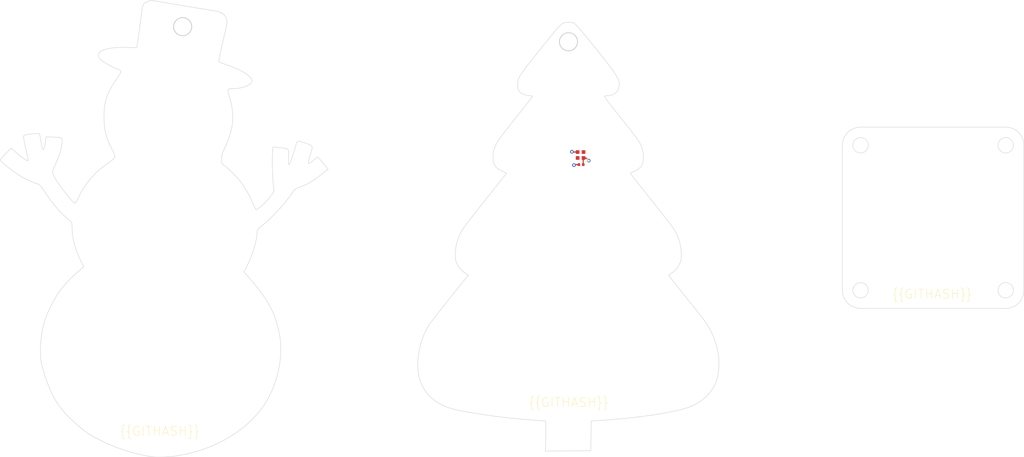
<source format=kicad_pcb>
(kicad_pcb (version 20221018) (generator pcbnew)
  (layers (0 "F.Cu" signal) (31 "B.Cu" signal) (34 "B.Paste" user) (35 "F.Paste" user) (36 "B.SilkS" user "B.Silkscreen") (37 "F.SilkS" user "F.Silkscreen") (38 "B.Mask" user) (39 "F.Mask" user) (44 "Edge.Cuts" user))
  (net 0 "")
  (net 1 "io")
  (net 2 "vcc")
  (net 3 "io-1")
  (net 4 "gnd")
  (footprint "lib:LED-SMD_4P-L2.0-W2.0-BR" (layer "F.Cu") (at 163.895 83.935)
    (fp_text reference "U1" hide)
    (fp_text value "")
    (fp_line (start 0.7 1.5) (end 1.5 1.5) (stroke (width 0.15)) (layer "F.SilkS"))
    (fp_line (start 1.5 1.5) (end 1.5 0.75) (stroke (width 0.15)) (layer "F.SilkS"))
    (pad "1" smd rect (at 0.65 0.65) (size 0.8 0.8) (layers "F.Cu" "F.Paste" "F.Mask") (net 2 "vcc"))
    (pad "2" smd rect (at 0.65 -0.65) (size 0.8 0.8) (layers "F.Cu" "F.Paste" "F.Mask") (net 1 "io"))
    (pad "3" smd rect (at -0.65 -0.65) (size 0.8 0.8) (layers "F.Cu" "F.Paste" "F.Mask") (net 4 "gnd"))
    (pad "4" smd rect (at -0.65 0.65) (size 0.8 0.8) (layers "F.Cu" "F.Paste" "F.Mask") (net 3 "io-1"))
  )
  (footprint "lib:C0402" (layer "F.Cu") (at 164.003037 86.061142 180)
    (fp_text reference "C1" hide)
    (fp_text value "Multilayer Ceramic Capacitors MLCC - SMD/SMT 100nF 10V 0402 RoHS")
    (fp_line (start -0.107836 -0.36) (end 0.107836 -0.36) (stroke (width 0.12)) (layer "F.SilkS"))
    (fp_line (start -0.107836 0.36) (end 0.107836 0.36) (stroke (width 0.12)) (layer "F.SilkS"))
    (pad "1" smd roundrect (at -0.48 0 180) (size 0.56 0.62) (layers "F.Cu" "F.Paste" "F.Mask") (net 2 "vcc"))
    (pad "2" smd roundrect (at 0.48 0 180) (size 0.56 0.62) (layers "F.Cu" "F.Paste" "F.Mask") (net 4 "gnd"))
  )
  (gr_circle (center 225.62 81.79) (end 227.32 81.79) (stroke (width 0.1)) (fill none) (layer "Edge.Cuts"))
  (gr_circle (center 257.62 113.79) (end 259.32 113.79) (stroke (width 0.1)) (fill none) (layer "Edge.Cuts"))
  (gr_circle (center 257.62 81.79) (end 259.32 81.79) (stroke (width 0.1)) (fill none) (layer "Edge.Cuts"))
  (gr_poly (pts (xy 75.142222 50.797022) (xy 79.756606 51.568267) (xy 82.366969 51.99203) (xy 83.019066 52.095762) (xy 83.303876 52.146979) (xy 83.563537 52.198618) (xy 83.799806 52.251323) (xy 84.01444 52.305736) (xy 84.209196 52.362498) (xy 84.385831 52.422252) (xy 84.546102 52.485641) (xy 84.691766 52.553306) (xy 84.824581 52.62589) (xy 84.946303 52.704035) (xy 85.05869 52.788383) (xy 85.163499 52.879577) (xy 85.262486 52.978258) (xy 85.357409 53.08507) (xy 85.479286 53.234958) (xy 85.586233 53.378736) (xy 85.634185 53.44915) (xy 85.678498 53.519015) (xy 85.719202 53.588656) (xy 85.75633 53.658402) (xy 85.789911 53.728576) (xy 85.819976 53.799506) (xy 85.846558 53.871517) (xy 85.869686 53.944936) (xy 85.889392 54.020089) (xy 85.905707 54.097301) (xy 85.918662 54.176899) (xy 85.928287 54.259209) (xy 85.934615 54.344557) (xy 85.937675 54.433269) (xy 85.937499 54.525672) (xy 85.934119 54.62209) (xy 85.927564 54.722851) (xy 85.917866 54.82828) (xy 85.889166 55.054449) (xy 85.848266 55.303204) (xy 85.795414 55.577155) (xy 85.730859 55.878909) (xy 85.654849 56.211077) (xy 84.878546 59.55341) (xy 84.657875 60.550977) (xy 84.450892 61.532488) (xy 84.331406 62.116419) (xy 84.229648 62.629765) (xy 84.15639 63.017063) (xy 84.122409 63.222849) (xy 84.123062 63.236814) (xy 84.127967 63.251873) (xy 84.137065 63.268001) (xy 84.150302 63.285171) (xy 84.167619 63.303357) (xy 84.188962 63.322534) (xy 84.214273 63.342674) (xy 84.243497 63.363751) (xy 84.313454 63.408613) (xy 84.398381 63.456909) (xy 84.497828 63.50843) (xy 84.611342 63.562966) (xy 84.738473 63.620306) (xy 84.878767 63.680241) (xy 85.031775 63.742561) (xy 85.197043 63.807056) (xy 85.374121 63.873515) (xy 85.562558 63.94173) (xy 85.7619 64.011489) (xy 85.971698 64.082583) (xy 86.585981 64.296029) (xy 87.172975 64.516947) (xy 87.730729 64.744054) (xy 88.257293 64.976069) (xy 88.75072 65.211708) (xy 89.209058 65.449689) (xy 89.63036 65.68873) (xy 90.012676 65.927548) (xy 90.354056 66.16486) (xy 90.652552 66.399385) (xy 90.906214 66.629839) (xy 91.113092 66.85494) (xy 91.271238 67.073405) (xy 91.378702 67.283953) (xy 91.412819 67.385857) (xy 91.433535 67.485301) (xy 91.440605 67.582123) (xy 91.433787 67.676165) (xy 91.41712 67.753004) (xy 91.390362 67.829368) (xy 91.35383 67.905131) (xy 91.307839 67.980165) (xy 91.252707 68.054343) (xy 91.188749 68.12754) (xy 91.116281 68.199626) (xy 91.03562 68.270477) (xy 90.947082 68.339964) (xy 90.850984 68.407961) (xy 90.747641 68.47434) (xy 90.637371 68.538975) (xy 90.520488 68.601739) (xy 90.39731 68.662505) (xy 90.268153 68.721145) (xy 90.133332 68.777534) (xy 89.993165 68.831543) (xy 89.847967 68.883047) (xy 89.543745 68.978027) (xy 89.223197 69.06146) (xy 88.888852 69.132329) (xy 88.54324 69.189618) (xy 88.188892 69.232313) (xy 88.009232 69.24787) (xy 87.828337 69.259397) (xy 87.646523 69.266767) (xy 87.464106 69.269854) (xy 87.202959 69.272042) (xy 86.97453 69.277492) (xy 86.777472 69.288473) (xy 86.690288 69.296746) (xy 86.610443 69.307253) (xy 86.537768 69.320276) (xy 86.472096 69.3361) (xy 86.413258 69.355009) (xy 86.361087 69.377285) (xy 86.315414 69.403211) (xy 86.276071 69.433073) (xy 86.24289 69.467154) (xy 86.215703 69.505736) (xy 86.194342 69.549103) (xy 86.178638 69.59754) (xy 86.168424 69.65133) (xy 86.163532 69.710755) (xy 86.163793 69.776101) (xy 86.169039 69.847649) (xy 86.179102 69.925685) (xy 86.193814 70.010491) (xy 86.236514 70.20155) (xy 86.295792 70.423093) (xy 86.370304 70.677389) (xy 86.458705 70.966708) (xy 86.582128 71.384478) (xy 86.694998 71.803093) (xy 86.797211 72.221567) (xy 86.888665 72.638919) (xy 86.969257 73.054166) (xy 87.038885 73.466323) (xy 87.097447 73.874409) (xy 87.144838 74.277439) (xy 87.180958 74.674432) (xy 87.205702 75.064404) (xy 87.21897 75.446371) (xy 87.220657 75.819352) (xy 87.210662 76.182361) (xy 87.188881 76.534418) (xy 87.155212 76.874538) (xy 87.109553 77.201739) (xy 86.986123 77.871628) (xy 86.830027 78.558912) (xy 86.643845 79.255662) (xy 86.430157 79.953949) (xy 86.19154 80.645848) (xy 85.930575 81.323429) (xy 85.649841 81.978766) (xy 85.351916 82.60393) (xy 85.189192 82.938586) (xy 85.118752 83.093315) (xy 85.055229 83.240939) (xy 84.998352 83.382431) (xy 84.947849 83.518761) (xy 84.903447 83.650903) (xy 84.864875 83.779828) (xy 84.831859 83.906506) (xy 84.804129 84.031911) (xy 84.781412 84.157013) (xy 84.763435 84.282785) (xy 84.749927 84.410197) (xy 84.740615 84.540223) (xy 84.735228 84.673833) (xy 84.733493 84.811999) (xy 84.736223 85.129082) (xy 84.741369 85.261496) (xy 84.750575 85.379459) (xy 84.764997 85.485194) (xy 84.774524 85.534172) (xy 84.785789 85.580928) (xy 84.798934 85.625739) (xy 84.814106 85.668884) (xy 84.831447 85.710641) (xy 84.851104 85.751288) (xy 84.873219 85.791103) (xy 84.897937 85.830364) (xy 84.925403 85.869349) (xy 84.955761 85.908337) (xy 84.989155 85.947605) (xy 85.02573 85.987432) (xy 85.109 86.069873) (xy 85.206725 86.157886) (xy 85.320061 86.253696) (xy 85.598185 86.477602) (xy 86.096863 86.886277) (xy 86.577755 87.306529) (xy 87.04138 87.739064) (xy 87.488258 88.184586) (xy 87.918909 88.6438) (xy 88.333852 89.117412) (xy 88.733607 89.606125) (xy 89.118694 90.110646) (xy 89.489632 90.631678) (xy 89.846941 91.169927) (xy 90.19114 91.726098) (xy 90.52275 92.300895) (xy 90.84229 92.895024) (xy 91.150279 93.509189) (xy 91.447237 94.144095) (xy 91.733683 94.800448) (xy 91.84059 95.047283) (xy 91.945802 95.277558) (xy 92.046625 95.486234) (xy 92.140364 95.668271) (xy 92.224324 95.818627) (xy 92.295813 95.932265) (xy 92.326039 95.973739) (xy 92.352136 96.004143) (xy 92.373767 96.022848) (xy 92.382804 96.027616) (xy 92.390597 96.029223) (xy 92.399173 96.028006) (xy 92.410522 96.024397) (xy 92.441219 96.010237) (xy 92.482045 95.987221) (xy 92.53236 95.955824) (xy 92.591521 95.916524) (xy 92.658887 95.869798) (xy 92.815666 95.755976) (xy 92.997564 95.618173) (xy 93.199447 95.460204) (xy 93.416182 95.285885) (xy 93.642634 95.099032) (xy 93.891007 94.882848) (xy 94.141366 94.648628) (xy 94.390948 94.400061) (xy 94.636991 94.140836) (xy 94.87673 93.874641) (xy 95.107403 93.605164) (xy 95.326247 93.336095) (xy 95.530498 93.071122) (xy 95.717394 92.813933) (xy 95.884171 92.568218) (xy 96.028066 92.337665) (xy 96.146316 92.125962) (xy 96.236159 91.936798) (xy 96.294829 91.773863) (xy 96.311612 91.703383) (xy 96.319566 91.640844) (xy 96.318345 91.586706) (xy 96.307605 91.54143) (xy 96.264441 91.378418) (xy 96.221593 91.121805) (xy 96.138989 90.373142) (xy 96.064068 89.386161) (xy 96.001109 88.251583) (xy 95.954389 87.060129) (xy 95.928186 85.902519) (xy 95.926777 84.869474) (xy 95.95444 84.051714) (xy 96.07471 82.177477) (xy 97.36716 82.304781) (xy 98.13507 82.379263) (xy 98.441266 82.413109) (xy 98.700599 82.449744) (xy 98.916803 82.492956) (xy 99.009898 82.518212) (xy 99.09361 82.546534) (xy 99.168406 82.578395) (xy 99.234753 82.614268) (xy 99.293117 82.654627) (xy 99.343964 82.699946) (xy 99.387763 82.750698) (xy 99.424978 82.807357) (xy 99.456076 82.870396) (xy 99.481525 82.94029) (xy 99.501791 83.017511) (xy 99.51734 83.102533) (xy 99.536155 83.297877) (xy 99.541702 83.530109) (xy 99.537716 83.803018) (xy 99.51607 84.486025) (xy 99.501811 85.019341) (xy 99.495778 85.429631) (xy 99.49953 85.727933) (xy 99.505563 85.838537) (xy 99.514626 85.925284) (xy 99.526915 85.989553) (xy 99.542625 86.032723) (xy 99.551823 86.046828) (xy 99.56195 86.056175) (xy 99.573029 86.060938) (xy 99.585085 86.061289) (xy 99.612224 86.049443) (xy 99.643564 86.022019) (xy 99.679299 85.980395) (xy 99.719623 85.925951) (xy 99.770963 85.835961) (xy 99.83738 85.6921) (xy 100.00736 85.267042) (xy 100.213404 84.699332) (xy 100.439353 84.037526) (xy 100.669049 83.330178) (xy 100.886332 82.625845) (xy 101.075044 81.973082) (xy 101.219027 81.420443) (xy 101.232451 81.367288) (xy 101.246658 81.317349) (xy 101.261814 81.270604) (xy 101.278084 81.227032) (xy 101.295634 81.186611) (xy 101.314631 81.149321) (xy 101.33524 81.115138) (xy 101.357628 81.084043) (xy 101.381959 81.056013) (xy 101.4084 81.031027) (xy 101.437117 81.009064) (xy 101.468275 80.990102) (xy 101.502041 80.974119) (xy 101.538581 80.961095) (xy 101.578059 80.951007) (xy 101.620643 80.943835) (xy 101.666497 80.939556) (xy 101.715788 80.938149) (xy 101.768682 80.939594) (xy 101.825345 80.943867) (xy 101.885942 80.950949) (xy 101.950639 80.960817) (xy 102.019603 80.97345) (xy 102.092998 80.988826) (xy 102.170992 81.006924) (xy 102.253749 81.027723) (xy 102.434219 81.077337) (xy 102.635734 81.137495) (xy 102.859622 81.208025) (xy 103.581471 81.438726) (xy 103.868146 81.535185) (xy 104.108644 81.625316) (xy 104.212356 81.669476) (xy 104.305459 81.713816) (xy 104.388264 81.758923) (xy 104.461082 81.805384) (xy 104.524226 81.853787) (xy 104.578006 81.904719) (xy 104.622735 81.958768) (xy 104.658725 82.01652) (xy 104.686285 82.078563) (xy 104.705729 82.145484) (xy 104.717368 82.217871) (xy 104.721513 82.296311) (xy 104.718476 82.381392) (xy 104.708568 82.4737) (xy 104.692102 82.573823) (xy 104.669388 82.682348) (xy 104.606464 82.926954) (xy 104.522289 83.212218) (xy 104.300158 83.92351) (xy 104.076968 84.658354) (xy 103.993442 84.95378) (xy 103.929762 85.203046) (xy 103.886777 85.407528) (xy 103.865337 85.568604) (xy 103.862962 85.633296) (xy 103.866292 85.687652) (xy 103.875434 85.731846) (xy 103.890492 85.766049) (xy 103.911574 85.790433) (xy 103.938786 85.805172) (xy 103.972234 85.810436) (xy 104.012025 85.806398) (xy 104.058263 85.79323) (xy 104.111056 85.771105) (xy 104.236732 85.700671) (xy 104.3899 85.596472) (xy 104.571411 85.459887) (xy 105.02286 85.095065) (xy 105.918216 84.355181) (xy 106.388476 84.86751) (xy 106.496975 84.987739) (xy 106.625318 85.133369) (xy 106.92254 85.478508) (xy 107.242155 85.858286) (xy 107.546176 86.22806) (xy 108.2336 87.076296) (xy 106.72333 88.254687) (xy 106.031007 88.783192) (xy 105.392025 89.245391) (xy 105.089314 89.453516) (xy 104.796071 89.647331) (xy 104.511007 89.827593) (xy 104.232833 89.995056) (xy 103.960259 90.150478) (xy 103.691998 90.294613) (xy 103.426759 90.428217) (xy 103.163254 90.552046) (xy 102.900193 90.666855) (xy 102.636288 90.773401) (xy 102.370249 90.872439) (xy 102.100787 90.964724) (xy 101.955978 91.013649) (xy 101.818902 91.062832) (xy 101.689432 91.112348) (xy 101.567439 91.162273) (xy 101.452795 91.212683) (xy 101.345371 91.263651) (xy 101.245039 91.315254) (xy 101.151671 91.367567) (xy 101.065138 91.420665) (xy 100.985313 91.474624) (xy 100.912065 91.529517) (xy 100.845269 91.585421) (xy 100.784794 91.642412) (xy 100.730512 91.700563) (xy 100.682296 91.759951) (xy 100.640017 91.82065) (xy 100.313962 92.312951) (xy 99.958065 92.82026) (xy 99.575318 93.339289) (xy 99.168711 93.866747) (xy 98.741234 94.399346) (xy 98.295878 94.933795) (xy 97.835635 95.466804) (xy 97.363494 95.995083) (xy 96.882446 96.515343) (xy 96.395482 97.024295) (xy 95.905593 97.518647) (xy 95.415769 97.995111) (xy 94.929002 98.450396) (xy 94.44828 98.881213) (xy 93.976596 99.284272) (xy 93.51694 99.656283) (xy 93.364132 99.777198) (xy 93.228349 99.887118) (xy 93.108601 99.987555) (xy 93.003899 100.080022) (xy 92.913256 100.166032) (xy 92.835682 100.247098) (xy 92.770188 100.324733) (xy 92.741662 100.362737) (xy 92.715786 100.40045) (xy 92.692435 100.438062) (xy 92.671487 100.475762) (xy 92.652817 100.513738) (xy 92.636302 100.552181) (xy 92.621819 100.591279) (xy 92.609244 100.631221) (xy 92.589322 100.714395) (xy 92.575548 100.803215) (xy 92.566934 100.899195) (xy 92.56249 101.003847) (xy 92.561229 101.118685) (xy 92.548214 101.459191) (xy 92.510172 101.840399) (xy 92.448603 102.257479) (xy 92.365007 102.705605) (xy 92.260885 103.179948) (xy 92.137739 103.675679) (xy 91.997068 104.187971) (xy 91.840373 104.711996) (xy 91.669155 105.242926) (xy 91.484915 105.775933) (xy 91.289154 106.306188) (xy 91.083372 106.828864) (xy 90.86907 107.339132) (xy 90.647749 107.832164) (xy 90.420909 108.303133) (xy 90.190051 108.74721) (xy 89.658061 109.729433) (xy 90.799319 111.025652) (xy 91.552256 111.894452) (xy 92.247519 112.726345) (xy 92.887901 113.52649) (xy 93.476195 114.300047) (xy 94.015193 115.052178) (xy 94.507688 115.788042) (xy 94.956473 116.5128) (xy 95.364341 117.231612) (xy 95.734083 117.949638) (xy 96.068493 118.672038) (xy 96.370364 119.403974) (xy 96.642488 120.150605) (xy 96.887657 120.917091) (xy 97.108665 121.708593) (xy 97.308304 122.530271) (xy 97.489367 123.387286) (xy 97.659586 124.435519) (xy 97.764545 125.512723) (xy 97.805707 126.613102) (xy 97.784533 127.73086) (xy 97.702485 128.860202) (xy 97.561026 129.995332) (xy 97.361618 131.130454) (xy 97.105722 132.259774) (xy 96.794801 133.377494) (xy 96.430316 134.47782) (xy 96.01373 135.554956) (xy 95.546505 136.603107) (xy 95.030102 137.616476) (xy 94.465984 138.589268) (xy 93.855613 139.515689) (xy 93.20045 140.389941) (xy 92.386005 141.350273) (xy 91.510226 142.273552) (xy 90.576227 143.158109) (xy 89.587122 144.002278) (xy 88.546024 144.80439) (xy 87.456048 145.562779) (xy 86.320308 146.275777) (xy 85.141916 146.941716) (xy 83.923988 147.558929) (xy 82.669636 148.125749) (xy 81.381976 148.640508) (xy 80.06412 149.101539) (xy 78.719182 149.507174) (xy 77.350277 149.855747) (xy 75.960518 150.145589) (xy 74.553019 150.375033) (xy 73.862872 150.459306) (xy 73.131633 150.525975) (xy 72.383923 150.574372) (xy 71.644361 150.603827) (xy 70.93757 150.613671) (xy 70.288169 150.603235) (xy 69.720779 150.57185) (xy 69.475532 150.548093) (xy 69.26002 150.518847) (xy 69.260051 150.518832) (xy 67.831835 150.262486) (xy 66.416949 149.953785) (xy 65.016193 149.592984) (xy 63.630368 149.180338) (xy 62.260274 148.716103) (xy 60.90671 148.200532) (xy 59.570477 147.633881) (xy 58.252375 147.016405) (xy 57.283074 146.528505) (xy 56.847829 146.298277) (xy 56.438641 146.072324) (xy 56.050351 145.846994) (xy 55.6778 145.618633) (xy 55.315827 145.383588) (xy 54.959273 145.138205) (xy 54.602979 144.87883) (xy 54.241783 144.601811) (xy 53.870528 144.303492) (xy 53.484054 143.980222) (xy 52.644807 143.244211) (xy 51.682765 142.36455) (xy 51.097036 141.804159) (xy 50.54538 141.238954) (xy 50.025658 140.665073) (xy 49.535731 140.078649) (xy 49.07346 139.475819) (xy 48.636705 138.852719) (xy 48.223328 138.205483) (xy 47.831189 137.530249) (xy 47.458149 136.823151) (xy 47.10207 136.080325) (xy 46.760812 135.297907) (xy 46.432236 134.472032) (xy 46.114202 133.598836) (xy 45.804573 132.674455) (xy 45.501208 131.695024) (xy 45.201968 130.656679) (xy 45.078569 130.147371) (xy 44.978794 129.594224) (xy 44.90231 129.00242) (xy 44.848785 128.377144) (xy 44.817886 127.723579) (xy 44.809281 127.046907) (xy 44.822637 126.352311) (xy 44.857621 125.644974) (xy 44.913901 124.93008) (xy 44.991145 124.212811) (xy 45.089019 123.498351) (xy 45.207191 122.791883) (xy 45.345328 122.098589) (xy 45.503099 121.423652) (xy 45.68017 120.772256) (xy 45.876208 120.149584) (xy 46.005143 119.787909) (xy 46.154924 119.401263) (xy 46.508073 118.570286) (xy 46.917749 117.69111) (xy 47.366047 116.79819) (xy 47.83506 115.92598) (xy 48.306883 115.108937) (xy 48.76361 114.381515) (xy 48.980717 114.062179) (xy 49.187335 113.77817) (xy 49.387433 113.519297) (xy 49.599256 113.255538) (xy 50.056372 112.715109) (xy 50.555279 112.160374) (xy 51.092575 111.594824) (xy 51.664855 111.021952) (xy 52.268718 110.445248) (xy 52.900758 109.868205) (xy 53.557574 109.294314) (xy 54.329783 108.634142) (xy 53.616031 107.110232) (xy 53.390001 106.6154) (xy 53.179365 106.128819) (xy 52.984012 105.650049) (xy 52.803829 105.178652) (xy 52.638704 104.71419) (xy 52.488525 104.256224) (xy 52.353181 103.804315) (xy 52.232559 103.358025) (xy 52.126547 102.916915) (xy 52.035034 102.480548) (xy 51.957906 102.048484) (xy 51.895053 101.620284) (xy 51.846363 101.195511) (xy 51.811722 100.773726) (xy 51.79102 100.35449) (xy 51.784144 99.937365) (xy 51.780657 99.620612) (xy 51.776007 99.482669) (xy 51.769161 99.357285) (xy 51.759927 99.243666) (xy 51.748111 99.141014) (xy 51.733519 99.048534) (xy 51.715958 98.96543) (xy 51.695233 98.890904) (xy 51.671153 98.824161) (xy 51.643523 98.764406) (xy 51.612149 98.71084) (xy 51.576839 98.662669) (xy 51.537399 98.619096) (xy 51.493635 98.579325) (xy 51.445353 98.542559) (xy 51.149902 98.324092) (xy 50.839064 98.073347) (xy 50.514896 97.792628) (xy 50.179453 97.484238) (xy 49.834791 97.150482) (xy 49.482966 96.793665) (xy 49.126033 96.41609) (xy 48.766047 96.020062) (xy 48.405065 95.607885) (xy 48.045142 95.181864) (xy 47.688333 94.744302) (xy 47.336694 94.297504) (xy 46.992281 93.843774) (xy 46.657149 93.385417) (xy 46.333354 92.924737) (xy 46.022952 92.464037) (xy 45.611719 91.844971) (xy 45.279782 91.362091) (xy 45.137757 91.165551) (xy 45.008606 90.995655) (xy 44.89001 90.849933) (xy 44.779654 90.725918) (xy 44.675221 90.621143) (xy 44.574392 90.533138) (xy 44.474852 90.459437) (xy 44.374284 90.397571) (xy 44.27037 90.345073) (xy 44.160793 90.299474) (xy 44.043237 90.258307) (xy 43.915385 90.219103) (xy 43.593888 90.117525) (xy 43.255864 89.996009) (xy 42.903268 89.855657) (xy 42.538058 89.697573) (xy 42.162189 89.522858) (xy 41.777618 89.332616) (xy 41.386301 89.127951) (xy 40.990194 88.909964) (xy 40.591254 88.679759) (xy 40.191438 88.438438) (xy 39.792701 88.187105) (xy 39.396999 87.926862) (xy 39.00629 87.658812) (xy 38.622529 87.384058) (xy 38.247673 87.103703) (xy 37.883677 86.81885) (xy 37.49456 86.502783) (xy 37.131548 86.199554) (xy 36.802586 85.916398) (xy 36.515619 85.660548) (xy 36.278593 85.439239) (xy 36.099452 85.259705) (xy 36.034071 85.187865) (xy 35.986141 85.129182) (xy 35.956654 85.08456) (xy 35.946605 85.054903) (xy 35.948192 85.042433) (xy 35.952903 85.026953) (xy 35.971384 84.987332) (xy 36.001425 84.936776) (xy 36.042403 84.876021) (xy 36.093695 84.805804) (xy 36.154681 84.726859) (xy 36.224736 84.639924) (xy 36.303239 84.545735) (xy 36.389567 84.445026) (xy 36.483097 84.338536) (xy 36.689276 84.11115) (xy 36.916796 83.869466) (xy 37.037003 83.745102) (xy 37.160678 83.619372) (xy 38.374759 82.395922) (xy 39.365809 83.301684) (xy 39.814301 83.698656) (xy 40.266196 84.075272) (xy 40.704205 84.419302) (xy 41.111041 84.718514) (xy 41.469414 84.960676) (xy 41.625024 85.056541) (xy 41.762035 85.133557) (xy 41.878286 85.190195) (xy 41.971615 85.224926) (xy 42.039863 85.236222) (xy 42.063905 85.232603) (xy 42.080867 85.222552) (xy 42.085566 85.215268) (xy 42.089233 85.203934) (xy 42.093537 85.169549) (xy 42.093921 85.120268) (xy 42.090523 85.056964) (xy 42.083485 84.98051) (xy 42.072948 84.891778) (xy 42.059051 84.79164) (xy 42.041937 84.68097) (xy 41.998614 84.43152) (xy 41.944105 84.150408) (xy 41.879534 83.844615) (xy 41.806025 83.52112) (xy 41.578977 82.541169) (xy 41.399614 81.732306) (xy 41.265507 81.079136) (xy 41.174225 80.56626) (xy 41.123338 80.17828) (xy 41.112283 80.026315) (xy 41.110416 79.899799) (xy 41.117432 79.796809) (xy 41.133029 79.71542) (xy 41.156901 79.653706) (xy 41.188746 79.609743) (xy 41.213078 79.592846) (xy 41.252556 79.575085) (xy 41.372962 79.537437) (xy 41.541984 79.497733) (xy 41.751641 79.456905) (xy 42.26094 79.37561) (xy 42.837013 79.301016) (xy 43.416018 79.240586) (xy 43.934111 79.201782) (xy 44.150364 79.192822) (xy 44.327447 79.192067) (xy 44.45738 79.20045) (xy 44.532183 79.218905) (xy 44.538527 79.223215) (xy 44.545097 79.229471) (xy 44.551878 79.23762) (xy 44.558855 79.247608) (xy 44.573336 79.272888) (xy 44.588416 79.304879) (xy 44.603974 79.343154) (xy 44.619887 79.387282) (xy 44.636031 79.436835) (xy 44.652284 79.491383) (xy 44.668525 79.550496) (xy 44.684629 79.613746) (xy 44.700475 79.680703) (xy 44.715939 79.750937) (xy 44.7309 79.82402) (xy 44.745234 79.899521) (xy 44.75882 79.977012) (xy 44.771533 80.056063) (xy 44.946351 81.130774) (xy 45.025944 81.564983) (xy 45.101061 81.931234) (xy 45.172253 82.230134) (xy 45.24007 82.462288) (xy 45.305063 82.628302) (xy 45.336673 82.686696) (xy 45.367783 82.728781) (xy 45.398463 82.754634) (xy 45.428781 82.764331) (xy 45.458807 82.757947) (xy 45.488608 82.735557) (xy 45.518254 82.697238) (xy 45.547814 82.643066) (xy 45.606951 82.487462) (xy 45.666568 82.269351) (xy 45.727218 81.98934) (xy 45.78945 81.648032) (xy 45.853816 81.246035) (xy 46.055377 79.918581) (xy 47.417926 79.96628) (xy 48.109143 79.993687) (xy 48.392021 80.009194) (xy 48.636741 80.027435) (xy 48.846051 80.049559) (xy 49.022696 80.076715) (xy 49.169424 80.110051) (xy 49.288982 80.150717) (xy 49.339431 80.174158) (xy 49.384117 80.199861) (xy 49.423385 80.227972) (xy 49.457577 80.258632) (xy 49.487036 80.291987) (xy 49.512107 80.32818) (xy 49.533132 80.367353) (xy 49.550455 80.409652) (xy 49.575367 80.504197) (xy 49.589592 80.612965) (xy 49.595876 80.737105) (xy 49.596965 80.877764) (xy 49.590289 81.099803) (xy 49.571905 81.336737) (xy 49.542029 81.587807) (xy 49.500879 81.852253) (xy 49.448672 82.129318) (xy 49.385623 82.418243) (xy 49.311951 82.718269) (xy 49.227873 83.028637) (xy 49.133604 83.34859) (xy 49.029362 83.677367) (xy 48.915364 84.014212) (xy 48.791827 84.358364) (xy 48.658967 84.709065) (xy 48.517002 85.065558) (xy 48.366148 85.427082) (xy 48.206622 85.792879) (xy 47.949769 86.374791) (xy 47.755997 86.832451) (xy 47.68104 87.021721) (xy 47.619784 87.188367) (xy 47.571537 87.335205) (xy 47.535609 87.465048) (xy 47.511311 87.580709) (xy 47.497952 87.685002) (xy 47.494842 87.78074) (xy 47.501291 87.870737) (xy 47.516609 87.957807) (xy 47.540106 88.044763) (xy 47.571091 88.134418) (xy 47.608874 88.229586) (xy 47.761079 88.551834) (xy 47.975096 88.939463) (xy 48.241913 89.380584) (xy 48.55252 89.863307) (xy 49.269066 90.905997) (xy 50.052651 91.972411) (xy 50.831193 92.967426) (xy 51.196047 93.408433) (xy 51.532609 93.795921) (xy 51.831869 94.117998) (xy 52.084818 94.362774) (xy 52.282443 94.518359) (xy 52.357694 94.558989) (xy 52.415736 94.572863) (xy 52.426811 94.571375) (xy 52.439084 94.56696) (xy 52.452509 94.559691) (xy 52.467041 94.549641) (xy 52.482633 94.536883) (xy 52.499239 94.521489) (xy 52.516813 94.503532) (xy 52.535309 94.483086) (xy 52.574881 94.435018) (xy 52.617586 94.377866) (xy 52.663055 94.312214) (xy 52.710918 94.238646) (xy 52.760808 94.157745) (xy 52.812354 94.070093) (xy 52.865187 93.976276) (xy 52.918939 93.876875) (xy 52.97324 93.772474) (xy 53.02772 93.663657) (xy 53.082012 93.551007) (xy 53.135745 93.435107) (xy 53.405424 92.869327) (xy 53.69623 92.311615) (xy 54.007442 91.76282) (xy 54.338342 91.223792) (xy 54.688208 90.695381) (xy 55.05632 90.178436) (xy 55.441958 89.673808) (xy 55.844402 89.182347) (xy 56.262932 88.704901) (xy 56.696828 88.242322) (xy 57.145369 87.795459) (xy 57.607836 87.365163) (xy 58.083508 86.952281) (xy 58.571665 86.557666) (xy 59.071586 86.182166) (xy 59.582553 85.826632) (xy 59.914962 85.598282) (xy 60.214172 85.3804) (xy 60.477869 85.17504) (xy 60.595674 85.077698) (xy 60.703732 84.984257) (xy 60.801753 84.894974) (xy 60.889447 84.810106) (xy 60.966524 84.72991) (xy 61.032694 84.654642) (xy 61.087669 84.584559) (xy 61.131158 84.519919) (xy 61.162872 84.460977) (xy 61.182521 84.407992) (xy 61.189444 84.378526) (xy 61.194656 84.347449) (xy 61.198136 84.314702) (xy 61.199864 84.280227) (xy 61.197977 84.205863) (xy 61.188829 84.123892) (xy 61.172254 84.033852) (xy 61.148084 83.935279) (xy 61.116154 83.82771) (xy 61.076297 83.71068) (xy 61.028345 83.583727) (xy 60.972134 83.446388) (xy 60.907495 83.298197) (xy 60.834263 83.138693) (xy 60.75227 82.967412) (xy 60.661351 82.783889) (xy 60.561339 82.587662) (xy 60.452067 82.378268) (xy 60.237971 81.961359) (xy 60.041673 81.555601) (xy 59.862568 81.158484) (xy 59.700049 80.767498) (xy 59.553508 80.380135) (xy 59.422339 79.993885) (xy 59.305935 79.60624) (xy 59.203689 79.21469) (xy 59.114995 78.816725) (xy 59.039245 78.409838) (xy 58.975833 77.991518) (xy 58.924151 77.559256) (xy 58.883594 77.110544) (xy 58.853553 76.642872) (xy 58.833423 76.153731) (xy 58.822596 75.640612) (xy 58.82378 75.019765) (xy 58.843433 74.425285) (xy 58.882591 73.854032) (xy 58.942291 73.302869) (xy 59.023569 72.768658) (xy 59.127459 72.248262) (xy 59.255 71.738542) (xy 59.407225 71.236361) (xy 59.585172 70.73858) (xy 59.789877 70.242062) (xy 60.022374 69.743669) (xy 60.283701 69.240263) (xy 60.574893 68.728705) (xy 60.896986 68.205859) (xy 61.251015 67.668586) (xy 61.638018 67.113749) (xy 61.84244 66.825076) (xy 62.020375 66.566593) (xy 62.17201 66.336298) (xy 62.29753 66.132187) (xy 62.397121 65.95226) (xy 62.470968 65.794512) (xy 62.498296 65.72333) (xy 62.519258 65.656942) (xy 62.533877 65.595098) (xy 62.542176 65.537547) (xy 62.544179 65.484039) (xy 62.539908 65.434323) (xy 62.529387 65.388151) (xy 62.512639 65.34527) (xy 62.489688 65.305431) (xy 62.460556 65.268384) (xy 62.425267 65.233878) (xy 62.383844 65.201662) (xy 62.33631 65.171487) (xy 62.282689 65.143103) (xy 62.157276 65.090703) (xy 62.007792 65.042459) (xy 61.834422 64.996371) (xy 61.657986 64.943069) (xy 61.445562 64.862593) (xy 61.203024 64.758325) (xy 60.93625 64.633653) (xy 60.353499 64.336631) (xy 59.744319 63.998608) (xy 59.155721 63.646664) (xy 58.634716 63.307879) (xy 58.414252 63.151884) (xy 58.228316 63.009334) (xy 58.082783 62.883614) (xy 57.983531 62.778109) (xy 57.869943 62.622242) (xy 57.777351 62.470362) (xy 57.705558 62.322559) (xy 57.654369 62.178917) (xy 57.623588 62.039526) (xy 57.613018 61.904471) (xy 57.622463 61.773839) (xy 57.651728 61.647718) (xy 57.700616 61.526195) (xy 57.768931 61.409356) (xy 57.856477 61.297289) (xy 57.963058 61.190081) (xy 58.088479 61.087819) (xy 58.232542 60.99059) (xy 58.395052 60.89848) (xy 58.575812 60.811578) (xy 58.774627 60.72997) (xy 58.991301 60.653743) (xy 59.225638 60.582984) (xy 59.477441 60.51778) (xy 59.746514 60.458218) (xy 60.032661 60.404385) (xy 60.335687 60.356369) (xy 60.655395 60.314256) (xy 60.991589 60.278134) (xy 61.344073 60.248089) (xy 61.712651 60.224208) (xy 62.097127 60.20658) (xy 62.497305 60.195289) (xy 62.912988 60.190424) (xy 63.343981 60.192072) (xy 63.790088 60.20032) (xy 66.056857 60.258219) (xy 66.273486 58.80189) (xy 66.542465 56.891029) (xy 66.884944 54.341891) (xy 67.190183 52.053843) (xy 67.248082 51.679802) (xy 67.303557 51.37005) (xy 67.359078 51.117137) (xy 67.417116 50.913616) (xy 67.48014 50.752035) (xy 67.55062 50.624945) (xy 67.631027 50.524898) (xy 67.72383 50.444442) (xy 67.831501 50.37613) (xy 67.956508 50.312512) (xy 68.268412 50.169558) (xy 69.100734 49.778315)) (stroke (width 0.1)) (fill none) (layer "Edge.Cuts"))
  (gr_arc (start 261.62 113.79) (mid 260.448427 116.618427) (end 257.62 117.79) (stroke (width 0.1)) (layer "Edge.Cuts"))
  (gr_arc (start 225.62 117.79) (mid 222.791573 116.618427) (end 221.62 113.79) (stroke (width 0.1)) (layer "Edge.Cuts"))
  (gr_line (start 261.62 113.79) (end 261.62 81.79) (stroke (width 0.1)) (layer "Edge.Cuts"))
  (gr_circle (center 161.229974 58.946031) (end 163.229974 58.946031) (stroke (width 0.2)) (fill none) (layer "Edge.Cuts"))
  (gr_line (start 221.62 81.79) (end 221.62 113.79) (stroke (width 0.1)) (layer "Edge.Cuts"))
  (gr_arc (start 257.62 77.79) (mid 260.448427 78.961573) (end 261.62 81.79) (stroke (width 0.1)) (layer "Edge.Cuts"))
  (gr_poly (pts (xy 161.429183 54.643361) (xy 161.588699 54.648976) (xy 161.743405 54.660128) (xy 161.8913 54.67685) (xy 162.030385 54.699174) (xy 162.158659 54.727132) (xy 162.274122 54.760758) (xy 162.374774 54.800082) (xy 162.418214 54.822065) (xy 162.465501 54.850416) (xy 162.517128 54.885713) (xy 162.573587 54.928531) (xy 162.702967 55.039035) (xy 162.857578 55.186538) (xy 163.041357 55.37565) (xy 163.258241 55.610981) (xy 163.512165 55.897139) (xy 163.807067 56.238735) (xy 164.146884 56.640378) (xy 164.53555 57.106678) (xy 164.977005 57.642244) (xy 165.475183 58.251687) (xy 166.657456 59.710639) (xy 168.113864 61.520411) (xy 169.490282 63.25197) (xy 170.562092 64.650979) (xy 170.993296 65.243203) (xy 171.359779 65.7732) (xy 171.665351 66.247941) (xy 171.913823 66.674396) (xy 172.109006 67.059535) (xy 172.254708 67.41033) (xy 172.354741 67.733749) (xy 172.412915 68.036764) (xy 172.433041 68.326344) (xy 172.418927 68.609461) (xy 172.374385 68.893084) (xy 172.303226 69.184183) (xy 172.274597 69.278158) (xy 172.242 69.369887) (xy 172.205507 69.459324) (xy 172.165188 69.546423) (xy 172.121114 69.631137) (xy 172.073357 69.713419) (xy 172.021987 69.793223) (xy 171.967076 69.870502) (xy 171.908694 69.945208) (xy 171.846914 70.017296) (xy 171.781806 70.08672) (xy 171.71344 70.153431) (xy 171.641889 70.217383) (xy 171.567223 70.278531) (xy 171.489513 70.336826) (xy 171.408831 70.392223) (xy 171.325247 70.444674) (xy 171.238833 70.494134) (xy 171.14966 70.540554) (xy 171.057799 70.58389) (xy 170.96332 70.624093) (xy 170.866295 70.661118) (xy 170.766796 70.694917) (xy 170.664893 70.725444) (xy 170.560657 70.752652) (xy 170.45416 70.776495) (xy 170.345472 70.796926) (xy 170.234664 70.813898) (xy 170.121809 70.827364) (xy 170.006976 70.837278) (xy 169.890237 70.843593) (xy 169.771663 70.846262) (xy 169.726607 70.847177) (xy 169.681188 70.849133) (xy 169.590479 70.855957) (xy 169.501974 70.8663) (xy 169.418107 70.879728) (xy 169.378675 70.887463) (xy 169.341315 70.895806) (xy 169.306334 70.904703) (xy 169.274034 70.9141) (xy 169.244721 70.923942) (xy 169.218699 70.934176) (xy 169.196272 70.944746) (xy 169.177745 70.955599) (xy 169.171643 70.965792) (xy 169.172154 70.983757) (xy 169.17922 71.009417) (xy 169.192785 71.042693) (xy 169.239181 71.131786) (xy 169.310885 71.250417) (xy 169.407439 71.397965) (xy 169.528385 71.573811) (xy 169.673265 71.777334) (xy 169.841623 72.007915) (xy 170.246938 72.547768) (xy 170.740668 73.18841) (xy 171.319154 73.924882) (xy 171.978732 74.752222) (xy 174.641332 78.093405) (xy 175.537111 79.246786) (xy 176.200008 80.134787) (xy 176.673118 80.816979) (xy 176.99954 81.352933) (xy 177.222371 81.802218) (xy 177.384708 82.224406) (xy 177.462833 82.472098) (xy 177.531331 82.72855) (xy 177.59016 82.991701) (xy 177.639284 83.259489) (xy 177.678662 83.529854) (xy 177.708257 83.800735) (xy 177.728028 84.070071) (xy 177.737937 84.335802) (xy 177.737946 84.595867) (xy 177.728014 84.848205) (xy 177.708104 85.090755) (xy 177.678176 85.321456) (xy 177.638191 85.538248) (xy 177.588111 85.739069) (xy 177.527896 85.92186) (xy 177.457507 86.084559) (xy 177.391656 86.207668) (xy 177.318059 86.327563) (xy 177.236853 86.444134) (xy 177.148173 86.557272) (xy 177.052156 86.666869) (xy 176.948938 86.772814) (xy 176.838657 86.874999) (xy 176.721448 86.973315) (xy 176.597448 87.067652) (xy 176.466794 87.157903) (xy 176.32962 87.243956) (xy 176.186065 87.325705) (xy 176.036265 87.403039) (xy 175.880355 87.475849) (xy 175.718473 87.544027) (xy 175.550754 87.607462) (xy 175.482045 87.632835) (xy 175.415483 87.658969) (xy 175.351405 87.685667) (xy 175.290146 87.712731) (xy 175.23204 87.739963) (xy 175.177423 87.767164) (xy 175.126631 87.794136) (xy 175.079997 87.820681) (xy 175.037859 87.846601) (xy 175.00055 87.871698) (xy 174.968407 87.895773) (xy 174.941764 87.918629) (xy 174.920956 87.940066) (xy 174.90632 87.959888) (xy 174.898189 87.977896) (xy 174.896668 87.986157) (xy 174.8969 87.993891) (xy 174.922027 88.037315) (xy 174.991394 88.135797) (xy 175.25375 88.486297) (xy 176.209258 89.720013) (xy 177.617844 91.508896) (xy 179.333926 93.666804) (xy 181.092323 95.879526) (xy 182.616098 97.817656) (xy 183.742073 99.272256) (xy 184.307071 100.034388) (xy 184.515284 100.360502) (xy 184.7117 100.694247) (xy 184.896111 101.034954) (xy 185.068309 101.381957) (xy 185.228084 101.734588) (xy 185.375229 102.092181) (xy 185.509535 102.454068) (xy 185.630794 102.819582) (xy 185.738797 103.188056) (xy 185.833335 103.558822) (xy 185.914201 103.931214) (xy 185.981186 104.304563) (xy 186.034081 104.678204) (xy 186.072678 105.051468) (xy 186.096768 105.423689) (xy 186.106143 105.794199) (xy 186.105091 106.172735) (xy 186.095928 106.491761) (xy 186.087599 106.633067) (xy 186.076394 106.764426) (xy 186.062032 106.887483) (xy 186.044229 107.003882) (xy 186.022703 107.115265) (xy 185.997171 107.223277) (xy 185.967351 107.329562) (xy 185.932961 107.435763) (xy 185.893716 107.543524) (xy 185.849336 107.654488) (xy 185.744037 107.892603) (xy 185.654537 108.079442) (xy 185.563285 108.257402) (xy 185.469989 108.426825) (xy 185.374358 108.588053) (xy 185.276102 108.741425) (xy 185.174928 108.887283) (xy 185.070547 109.025968) (xy 184.962667 109.15782) (xy 184.850997 109.283181) (xy 184.735246 109.402392) (xy 184.615122 109.515794) (xy 184.490336 109.623727) (xy 184.360596 109.726532) (xy 184.22561 109.824551) (xy 184.085088 109.918125) (xy 183.938739 110.007593) (xy 183.810996 110.084401) (xy 183.691836 110.159793) (xy 183.583867 110.231854) (xy 183.489696 110.298666) (xy 183.41193 110.358313) (xy 183.380014 110.384851) (xy 183.353176 110.408878) (xy 183.331744 110.430155) (xy 183.316042 110.448443) (xy 183.306397 110.463502) (xy 183.303947 110.469746) (xy 183.303134 110.475092) (xy 183.318272 110.503511) (xy 183.362609 110.567965) (xy 183.532916 110.797359) (xy 183.802115 111.148045) (xy 184.158269 111.604794) (xy 185.08369 112.775559) (xy 186.213672 114.187815) (xy 189.362188 118.120691) (xy 190.402126 119.447898) (xy 191.169656 120.462983) (xy 191.727633 121.251467) (xy 192.13891 121.898876) (xy 192.466342 122.490732) (xy 192.772785 123.112559) (xy 193.051147 123.726705) (xy 193.303988 124.346147) (xy 193.531154 124.969731) (xy 193.732492 125.596305) (xy 193.907848 126.224716) (xy 194.05707 126.853811) (xy 194.180003 127.482437) (xy 194.276494 128.109442) (xy 194.346391 128.733673) (xy 194.389538 129.353977) (xy 194.405784 129.969202) (xy 194.394974 130.578194) (xy 194.356955 131.1798) (xy 194.291575 131.772869) (xy 194.198678 132.356247) (xy 194.078113 132.928782) (xy 193.929544 133.476781) (xy 193.74781 134.009233) (xy 193.533455 134.525547) (xy 193.287022 135.025131) (xy 193.009057 135.507395) (xy 192.700103 135.971748) (xy 192.360704 136.4176) (xy 191.991405 136.844359) (xy 191.592749 137.251434) (xy 191.165282 137.638235) (xy 190.709547 138.004171) (xy 190.226087 138.348651) (xy 189.715449 138.671084) (xy 189.178175 138.970879) (xy 188.61481 139.247446) (xy 188.025897 139.500193) (xy 187.387382 139.730873) (xy 186.62691 139.962173) (xy 185.752713 140.192844) (xy 184.773022 140.421641) (xy 182.530085 140.868622) (xy 179.96395 141.293139) (xy 177.140466 141.685214) (xy 174.125485 142.034872) (xy 170.984858 142.332135) (xy 167.784435 142.567026) (xy 166.231372 142.664027) (xy 166.19247 145.936793) (xy 166.153667 149.209559) (xy 161.14812 149.247553) (xy 156.142551 149.285548) (xy 156.211231 145.955256) (xy 156.23825 144.264273) (xy 156.238691 143.682086) (xy 156.22939 143.24944) (xy 156.209575 142.946836) (xy 156.195482 142.838207) (xy 156.178471 142.754778) (xy 156.158445 142.69411) (xy 156.135307 142.653767) (xy 156.108961 142.631312) (xy 156.079311 142.624308) (xy 155.214992 142.57575) (xy 153.588337 142.458798) (xy 151.746032 142.31468) (xy 150.23476 142.184626) (xy 147.951424 141.950142) (xy 145.645248 141.676286) (xy 143.382545 141.373503) (xy 141.229626 141.052239) (xy 139.252805 140.722941) (xy 137.518395 140.396054) (xy 136.092708 140.082025) (xy 135.042056 139.7913) (xy 134.381421 139.556594) (xy 133.752014 139.295735) (xy 133.153989 139.00888) (xy 132.587501 138.696185) (xy 132.052705 138.357807) (xy 131.549756 137.993902) (xy 131.078809 137.604627) (xy 130.64002 137.190138) (xy 130.233542 136.750592) (xy 129.859531 136.286146) (xy 129.518141 135.796955) (xy 129.209529 135.283176) (xy 128.933847 134.744967) (xy 128.691252 134.182482) (xy 128.481899 133.59588) (xy 128.305942 132.985316) (xy 128.169056 132.349397) (xy 128.072975 131.677754) (xy 128.016707 130.975694) (xy 127.999256 130.248525) (xy 128.019631 129.501555) (xy 128.076838 128.740093) (xy 128.169883 127.969445) (xy 128.297773 127.19492) (xy 128.459515 126.421826) (xy 128.654115 125.65547) (xy 128.880581 124.901161) (xy 129.137918 124.164206) (xy 129.425134 123.449914) (xy 129.741235 122.763591) (xy 130.085228 122.110547) (xy 130.456119 121.496088) (xy 130.678839 121.176405) (xy 131.044408 120.681658) (xy 131.533542 120.036727) (xy 132.126955 119.266491) (xy 133.549488 117.449628) (xy 135.157733 115.430109) (xy 139.156955 110.449519) (xy 138.361812 109.926661) (xy 138.191303 109.808793) (xy 138.024907 109.682349) (xy 137.863136 109.547997) (xy 137.706502 109.406407) (xy 137.555518 109.258246) (xy 137.410696 109.104183) (xy 137.27255 108.944887) (xy 137.141591 108.781027) (xy 137.018333 108.613271) (xy 136.903287 108.442289) (xy 136.796967 108.268748) (xy 136.699885 108.093317) (xy 136.612554 107.916666) (xy 136.535485 107.739462) (xy 136.469192 107.562375) (xy 136.414188 107.386072) (xy 136.393025 107.303561) (xy 136.373683 107.213821) (xy 136.356172 107.117074) (xy 136.340506 107.013541) (xy 136.326696 106.903442) (xy 136.314755 106.786999) (xy 136.296527 106.535963) (xy 136.28592 106.262201) (xy 136.28303 105.96748) (xy 136.287955 105.653567) (xy 136.300792 105.32223) (xy 136.322244 104.998512) (xy 136.354436 104.675622) (xy 136.397314 104.353731) (xy 136.450821 104.033012) (xy 136.514903 103.713637) (xy 136.589505 103.395777) (xy 136.67457 103.079605) (xy 136.770045 102.765293) (xy 136.875873 102.453014) (xy 136.991999 102.142939) (xy 137.118369 101.83524) (xy 137.254926 101.53009) (xy 137.401615 101.227661) (xy 137.558383 100.928125) (xy 137.725172 100.631653) (xy 137.901927 100.338419) (xy 138.126212 100.011097) (xy 138.51292 99.483877) (xy 139.040899 98.784161) (xy 139.688993 97.939352) (xy 141.260913 95.92407) (xy 143.059451 93.657252) (xy 146.236175 89.672407) (xy 147.202546 88.449633) (xy 147.557468 87.987986) (xy 147.556054 87.984938) (xy 147.551858 87.980582) (xy 147.535398 87.968089) (xy 147.508643 87.9508) (xy 147.472146 87.929003) (xy 147.372145 87.873051) (xy 147.239832 87.802557) (xy 147.079641 87.719846) (xy 146.896006 87.62724) (xy 146.693363 87.527063) (xy 146.476146 87.421641) (xy 146.164445 87.267635) (xy 146.029652 87.197126) (xy 145.907363 87.129704) (xy 145.796428 87.064435) (xy 145.695696 87.000386) (xy 145.604016 86.936623) (xy 145.520238 86.872216) (xy 145.443212 86.806229) (xy 145.371787 86.737731) (xy 145.304812 86.665788) (xy 145.241137 86.589467) (xy 145.179611 86.507836) (xy 145.119084 86.419962) (xy 145.058406 86.324911) (xy 144.996425 86.221751) (xy 144.936178 86.116882) (xy 144.882127 86.017884) (xy 144.833953 85.923336) (xy 144.791331 85.831816) (xy 144.753942 85.741904) (xy 144.721463 85.652177) (xy 144.693573 85.561215) (xy 144.669949 85.467596) (xy 144.65027 85.3699) (xy 144.634215 85.266704) (xy 144.621462 85.156587) (xy 144.611688 85.038128) (xy 144.604572 84.909906) (xy 144.599793 84.7705) (xy 144.597029 84.618488) (xy 144.595958 84.452448) (xy 144.599628 84.195279) (xy 144.611925 83.944089) (xy 144.633095 83.698112) (xy 144.663381 83.456583) (xy 144.703029 83.218738) (xy 144.752282 82.983811) (xy 144.811387 82.751037) (xy 144.880586 82.519652) (xy 144.960125 82.28889) (xy 145.050249 82.057986) (xy 145.151202 81.826176) (xy 145.26323 81.592694) (xy 145.386575 81.356776) (xy 145.521483 81.117655) (xy 145.6682 80.874568) (xy 145.826969 80.626749) (xy 146.032392 80.333611) (xy 146.358724 79.892071) (xy 147.30702 78.650511) (xy 148.537667 77.075522) (xy 149.916477 75.340556) (xy 151.237226 73.678901) (xy 152.309769 72.303534) (xy 153.024068 71.357417) (xy 153.212489 71.090004) (xy 153.258499 71.015527) (xy 153.270084 70.983515) (xy 153.265966 70.978423) (xy 153.259854 70.973183) (xy 153.251803 70.967809) (xy 153.241867 70.96231) (xy 153.216558 70.950987) (xy 153.184364 70.939307) (xy 153.14572 70.927361) (xy 153.101062 70.915241) (xy 153.050827 70.903038) (xy 152.995449 70.890845) (xy 152.935366 70.878753) (xy 152.871013 70.866854) (xy 152.802825 70.855239) (xy 152.73124 70.844002) (xy 152.656692 70.833232) (xy 152.579618 70.823023) (xy 152.500454 70.813465) (xy 152.419635 70.804652) (xy 152.231149 70.781807) (xy 152.048915 70.752885) (xy 151.873161 70.717993) (xy 151.704112 70.677241) (xy 151.541996 70.63074) (xy 151.387039 70.578598) (xy 151.239467 70.520925) (xy 151.099507 70.457831) (xy 150.967385 70.389425) (xy 150.843329 70.315816) (xy 150.727564 70.237115) (xy 150.620318 70.153431) (xy 150.521817 70.064872) (xy 150.432287 69.97155) (xy 150.351955 69.873574) (xy 150.281047 69.771052) (xy 150.239903 69.703254) (xy 150.203083 69.636552) (xy 150.170436 69.569895) (xy 150.141808 69.502228) (xy 150.117043 69.432499) (xy 150.095989 69.359654) (xy 150.078492 69.282642) (xy 150.064398 69.200408) (xy 150.053553 69.111901) (xy 150.045804 69.016066) (xy 150.040997 68.911851) (xy 150.038978 68.798203) (xy 150.039593 68.674069) (xy 150.042688 68.538396) (xy 150.04811 68.39013) (xy 150.055705 68.22822) (xy 150.072415 67.962758) (xy 150.098332 67.715002) (xy 150.116664 67.59479) (xy 150.139604 67.475438) (xy 150.16792 67.355755) (xy 150.202381 67.234552) (xy 150.243756 67.110641) (xy 150.292814 66.982832) (xy 150.350322 66.849936) (xy 150.41705 66.710763) (xy 150.493766 66.564125) (xy 150.58124 66.408832) (xy 150.680239 66.243695) (xy 150.791532 66.067525) (xy 150.915888 65.879133) (xy 151.054076 65.677329) (xy 151.375022 65.228731) (xy 151.760519 64.712216) (xy 152.216716 64.11827) (xy 152.749763 63.437382) (xy 153.365808 62.660036) (xy 154.871494 60.777918) (xy 157.351611 57.70227) (xy 158.182147 56.694478) (xy 158.801918 55.969401) (xy 159.257611 55.474061) (xy 159.595914 55.15548) (xy 159.735634 55.045918) (xy 159.863513 54.960679) (xy 160.107097 54.83668) (xy 160.2199 54.793912) (xy 160.345893 54.756391) (xy 160.483077 54.724149) (xy 160.629452 54.697218) (xy 160.783018 54.67563) (xy 160.941774 54.659418) (xy 161.10372 54.648615) (xy 161.266857 54.643252)) (stroke (width 0.1)) (fill none) (layer "Edge.Cuts"))
  (gr_line (start 257.62 77.79) (end 225.62 77.79) (stroke (width 0.1)) (layer "Edge.Cuts"))
  (gr_arc (start 221.62 81.79) (mid 222.791573 78.961573) (end 225.62 77.79) (stroke (width 0.1)) (layer "Edge.Cuts"))
  (gr_circle (center 225.62 113.79) (end 227.32 113.79) (stroke (width 0.1)) (fill none) (layer "Edge.Cuts"))
  (gr_circle (center 76.165146 55.61107) (end 78.165146 55.61107) (stroke (width 0.2)) (fill none) (layer "Edge.Cuts"))
  (gr_line (start 225.62 117.79) (end 257.62 117.79) (stroke (width 0.1)) (layer "Edge.Cuts"))
  (gr_text "{{GITHASH}}" (at 152.4 139.7) (layer "F.SilkS") (effects (font (size 2 2) (thickness 0.1)) (justify left bottom)))
  (gr_text "{{GITHASH}}" (at 62.23 146.05) (layer "F.SilkS") (effects (font (size 2 2) (thickness 0.1)) (justify left bottom)))
  (gr_text "{{GITHASH}}" (at 232.508427 115.791573) (layer "F.SilkS") (effects (font (size 2 2) (thickness 0.1)) (justify left bottom)))
  (segment (start 165.159428 84.646963) (end 164.483037 84.646963) (width 0.25) (layer "F.Cu") (net 2))
  (segment (start 164.483037 86.061142) (end 164.483037 84.646963) (width 0.25) (layer "F.Cu") (net 2))
  (segment (start 165.68854 85.176075) (end 165.159428 84.646963) (width 0.25) (layer "F.Cu") (net 2))
  (segment (start 164.483037 84.646963) (end 164.545 84.585) (width 0.25) (layer "F.Cu") (net 2))
  (via (at 165.68854 85.176075) (size 0.8) (drill 0.4) (layers "F.Cu" "B.Cu") (net 2))
  (segment (start 163.245 83.285) (end 162.044317 83.285) (width 0.25) (layer "F.Cu") (net 4))
  (segment (start 162.044317 83.285) (end 161.985461 83.226144) (width 0.25) (layer "F.Cu") (net 4))
  (segment (start 162.549425 86.061142) (end 162.432693 86.177874) (width 0.25) (layer "F.Cu") (net 4))
  (segment (start 163.523037 86.061142) (end 162.549425 86.061142) (width 0.25) (layer "F.Cu") (net 4))
  (via (at 162.432693 86.177874) (size 0.8) (drill 0.4) (layers "F.Cu" "B.Cu") (net 4))
  (via (at 161.985461 83.226144) (size 0.8) (drill 0.4) (layers "F.Cu" "B.Cu") (net 4))
)
</source>
